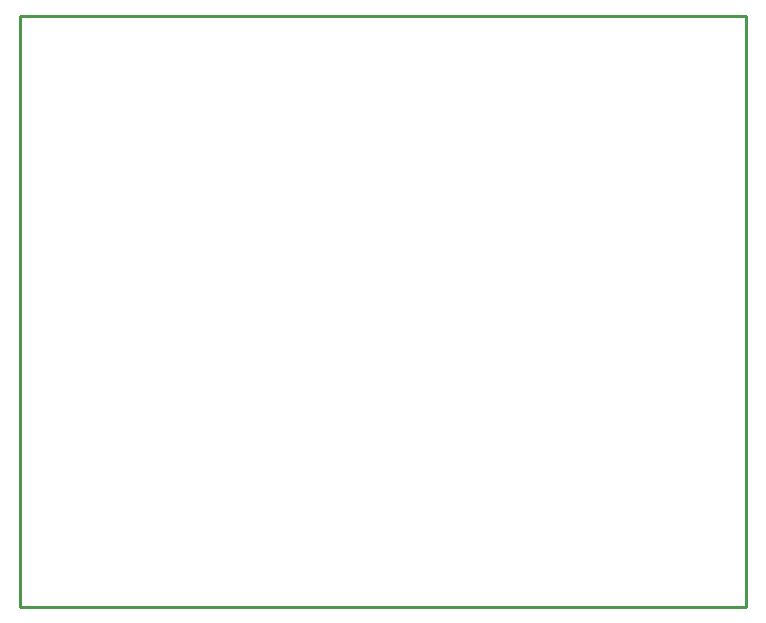
<source format=gko>
G04 Layer: BoardOutlineLayer*
G04 EasyEDA v6.5.22, 2024-05-03 18:12:45*
G04 Gerber Generator version 0.2*
G04 Scale: 100 percent, Rotated: No, Reflected: No *
G04 Dimensions in millimeters *
G04 leading zeros omitted , absolute positions ,4 integer and 5 decimal *
%FSLAX45Y45*%
%MOMM*%

%ADD10C,0.2540*%
D10*
X-1149997Y2499995D02*
G01*
X4999990Y2499995D01*
X4999990Y-2499995D01*
X-1149997Y-2499995D01*
X-1149997Y2499995D01*

%LPD*%
M02*

</source>
